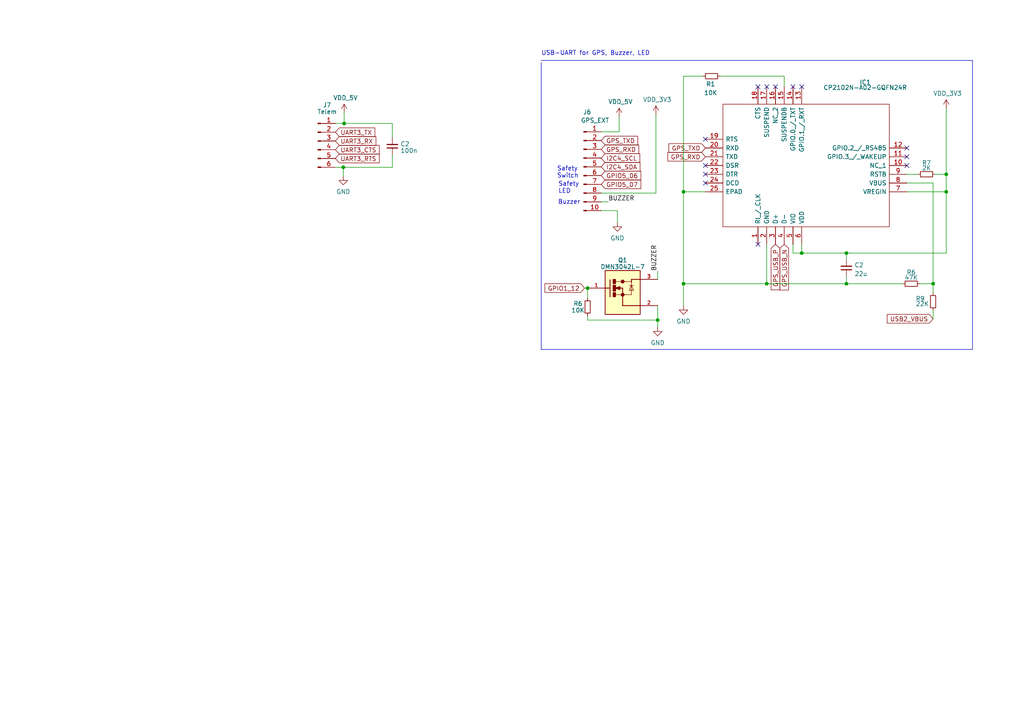
<source format=kicad_sch>
(kicad_sch (version 20230121) (generator eeschema)
  (paper "A4")
  (lib_symbols
    (symbol "Connector:Conn_01x06_Pin" (pin_names (offset 1.016) hide)
      (property "Reference" "J" (at 0 7.62 0))
      (property "Value" "Conn_01x06_Pin" (at 0 -10.16 0))
      (symbol "Conn_01x06_Pin_1_1"
        (polyline (pts (xy 1.27 -7.62) (xy 0.8636 -7.62)) (stroke (width 0.1524)))
        (polyline (pts (xy 1.27 -5.08) (xy 0.8636 -5.08)) (stroke (width 0.1524)))
        (polyline (pts (xy 1.27 -2.54) (xy 0.8636 -2.54)) (stroke (width 0.1524)))
        (polyline (pts (xy 1.27 0) (xy 0.8636 0)) (stroke (width 0.1524)))
        (polyline (pts (xy 1.27 2.54) (xy 0.8636 2.54)) (stroke (width 0.1524)))
        (polyline (pts (xy 1.27 5.08) (xy 0.8636 5.08)) (stroke (width 0.1524)))
        (rectangle (start 0.8636 -7.493) (end 0 -7.747) (stroke (width 0.1524)) (fill (type outline)))
        (rectangle (start 0.8636 -4.953) (end 0 -5.207) (stroke (width 0.1524)) (fill (type outline)))
        (rectangle (start 0.8636 -2.413) (end 0 -2.667) (stroke (width 0.1524)) (fill (type outline)))
        (rectangle (start 0.8636 0.127) (end 0 -0.127) (stroke (width 0.1524)) (fill (type outline)))
        (rectangle (start 0.8636 2.667) (end 0 2.413) (stroke (width 0.1524)) (fill (type outline)))
        (rectangle (start 0.8636 5.207) (end 0 4.953) (stroke (width 0.1524)) (fill (type outline)))
        (pin passive line (at 5.08 5.08 180) (length 3.81) (name "Pin_1") (number "1"))
        (pin passive line (at 5.08 2.54 180) (length 3.81) (name "Pin_2") (number "2"))
        (pin passive line (at 5.08 0 180) (length 3.81) (name "Pin_3") (number "3"))
        (pin passive line (at 5.08 -2.54 180) (length 3.81) (name "Pin_4") (number "4"))
        (pin passive line (at 5.08 -5.08 180) (length 3.81) (name "Pin_5") (number "5"))
        (pin passive line (at 5.08 -7.62 180) (length 3.81) (name "Pin_6") (number "6"))
      )
    )
    (symbol "Connector:Conn_01x10_Pin" (pin_names (offset 1.016) hide)
      (property "Reference" "J" (at 0 12.7 0))
      (property "Value" "Conn_01x10_Pin" (at 0 -15.24 0))
      (symbol "Conn_01x10_Pin_1_1"
        (polyline (pts (xy 1.27 -12.7) (xy 0.8636 -12.7)) (stroke (width 0.1524)))
        (polyline (pts (xy 1.27 -10.16) (xy 0.8636 -10.16)) (stroke (width 0.1524)))
        (polyline (pts (xy 1.27 -7.62) (xy 0.8636 -7.62)) (stroke (width 0.1524)))
        (polyline (pts (xy 1.27 -5.08) (xy 0.8636 -5.08)) (stroke (width 0.1524)))
        (polyline (pts (xy 1.27 -2.54) (xy 0.8636 -2.54)) (stroke (width 0.1524)))
        (polyline (pts (xy 1.27 0) (xy 0.8636 0)) (stroke (width 0.1524)))
        (polyline (pts (xy 1.27 2.54) (xy 0.8636 2.54)) (stroke (width 0.1524)))
        (polyline (pts (xy 1.27 5.08) (xy 0.8636 5.08)) (stroke (width 0.1524)))
        (polyline (pts (xy 1.27 7.62) (xy 0.8636 7.62)) (stroke (width 0.1524)))
        (polyline (pts (xy 1.27 10.16) (xy 0.8636 10.16)) (stroke (width 0.1524)))
        (rectangle (start 0.8636 -12.573) (end 0 -12.827) (stroke (width 0.1524)) (fill (type outline)))
        (rectangle (start 0.8636 -10.033) (end 0 -10.287) (stroke (width 0.1524)) (fill (type outline)))
        (rectangle (start 0.8636 -7.493) (end 0 -7.747) (stroke (width 0.1524)) (fill (type outline)))
        (rectangle (start 0.8636 -4.953) (end 0 -5.207) (stroke (width 0.1524)) (fill (type outline)))
        (rectangle (start 0.8636 -2.413) (end 0 -2.667) (stroke (width 0.1524)) (fill (type outline)))
        (rectangle (start 0.8636 0.127) (end 0 -0.127) (stroke (width 0.1524)) (fill (type outline)))
        (rectangle (start 0.8636 2.667) (end 0 2.413) (stroke (width 0.1524)) (fill (type outline)))
        (rectangle (start 0.8636 5.207) (end 0 4.953) (stroke (width 0.1524)) (fill (type outline)))
        (rectangle (start 0.8636 7.747) (end 0 7.493) (stroke (width 0.1524)) (fill (type outline)))
        (rectangle (start 0.8636 10.287) (end 0 10.033) (stroke (width 0.1524)) (fill (type outline)))
        (pin passive line (at 5.08 10.16 180) (length 3.81) (name "Pin_1") (number "1"))
        (pin passive line (at 5.08 -12.7 180) (length 3.81) (name "Pin_10") (number "10"))
        (pin passive line (at 5.08 7.62 180) (length 3.81) (name "Pin_2") (number "2"))
        (pin passive line (at 5.08 5.08 180) (length 3.81) (name "Pin_3") (number "3"))
        (pin passive line (at 5.08 2.54 180) (length 3.81) (name "Pin_4") (number "4"))
        (pin passive line (at 5.08 0 180) (length 3.81) (name "Pin_5") (number "5"))
        (pin passive line (at 5.08 -2.54 180) (length 3.81) (name "Pin_6") (number "6"))
        (pin passive line (at 5.08 -5.08 180) (length 3.81) (name "Pin_7") (number "7"))
        (pin passive line (at 5.08 -7.62 180) (length 3.81) (name "Pin_8") (number "8"))
        (pin passive line (at 5.08 -10.16 180) (length 3.81) (name "Pin_9") (number "9"))
      )
    )
    (symbol "Device:C_Small" (pin_numbers hide) (pin_names (offset 0.254) hide)
      (property "Reference" "C" (at 0.254 1.778 0))
      (property "Value" "C_Small" (at 0.254 -2.032 0))
      (symbol "C_Small_0_1"
        (polyline (pts (xy -1.524 -0.508) (xy 1.524 -0.508)) (stroke (width 0.3302)))
        (polyline (pts (xy -1.524 0.508) (xy 1.524 0.508)) (stroke (width 0.3048)))
      )
      (symbol "C_Small_1_1"
        (pin passive line (at 0 2.54 270) (length 2.032) (name "~") (number "1"))
        (pin passive line (at 0 -2.54 90) (length 2.032) (name "~") (number "2"))
      )
    )
    (symbol "Device:R_Small" (pin_numbers hide) (pin_names (offset 0.254) hide)
      (property "Reference" "R" (at 0.762 0.508 0))
      (property "Value" "R_Small" (at 0.762 -1.016 0))
      (symbol "R_Small_0_1"
        (rectangle (start -0.762 1.778) (end 0.762 -1.778) (stroke (width 0.2032)))
      )
      (symbol "R_Small_1_1"
        (pin passive line (at 0 2.54 270) (length 0.762) (name "~") (number "1"))
        (pin passive line (at 0 -2.54 90) (length 0.762) (name "~") (number "2"))
      )
    )
    (symbol "Driver_FET:DMN3042L-7" (pin_names (offset 1.016))
      (property "Reference" "Q" (at -5.0885 5.0885 0))
      (property "Value" "DMN3042L-7" (at -5.0811 -10.1622 0))
      (symbol "DMN3042L-7_0_0"
        (rectangle (start -5.08 -7.62) (end 5.08 5.08) (stroke (width 0.254)) (fill (type background)))
        (rectangle (start -2.8036 2.54) (end -2.032 1.2744) (stroke (width 0.1)) (fill (type outline)))
        (rectangle (start -2.8017 1.2735) (end -2.032 2.54) (stroke (width 0.1)) (fill (type outline)))
        (rectangle (start -2.8008 -0.8912) (end -2.032 0.889) (stroke (width 0.1)) (fill (type outline)))
        (rectangle (start -2.7988 -2.5444) (end -2.032 -1.27) (stroke (width 0.1)) (fill (type outline)))
        (rectangle (start -2.799 -2.5445) (end -2.032 -1.27) (stroke (width 0.1)) (fill (type outline)))
        (rectangle (start -2.7981 -0.8903) (end -2.032 0.889) (stroke (width 0.1)) (fill (type outline)))
        (circle (center 0 -1.905) (radius 0.127) (stroke (width 0.4064)))
        (circle (center 0 -1.905) (radius 0.127) (stroke (width 0.4064)))
        (polyline (pts (xy -3.81 0) (xy -5.08 0)) (stroke (width 0.254)))
        (polyline (pts (xy -3.6576 2.413) (xy -3.6576 -2.54)) (stroke (width 0.254)))
        (polyline (pts (xy -2.286 0) (xy -0.762 -0.508)) (stroke (width 0.1524)))
        (polyline (pts (xy -2.032 -1.905) (xy 0 -1.905)) (stroke (width 0.1524)))
        (polyline (pts (xy -2.032 0) (xy -2.286 0)) (stroke (width 0.254)))
        (polyline (pts (xy -2.032 0) (xy -0.889 -0.254)) (stroke (width 0.3048)))
        (polyline (pts (xy -1.905 0) (xy -2.032 0)) (stroke (width 0.254)))
        (polyline (pts (xy -1.143 0.254) (xy -2.032 0)) (stroke (width 0.3048)))
        (polyline (pts (xy -0.889 -0.254) (xy -0.889 0.254)) (stroke (width 0.3048)))
        (polyline (pts (xy -0.889 0.254) (xy -2.286 0)) (stroke (width 0.1524)))
        (polyline (pts (xy -0.889 0.254) (xy -1.905 0)) (stroke (width 0.3048)))
        (polyline (pts (xy -0.762 -0.508) (xy -0.762 0)) (stroke (width 0.1524)))
        (polyline (pts (xy -0.762 0) (xy -1.905 0)) (stroke (width 0.254)))
        (polyline (pts (xy -0.762 0) (xy -0.762 0.508)) (stroke (width 0.1524)))
        (polyline (pts (xy -0.762 0) (xy 0 0)) (stroke (width 0.254)))
        (polyline (pts (xy -0.762 0.508) (xy -2.286 0)) (stroke (width 0.1524)))
        (polyline (pts (xy 0 -5.08) (xy 5.08 -5.08)) (stroke (width 0.254)))
        (polyline (pts (xy 0 -2.032) (xy 0 -5.08)) (stroke (width 0.254)))
        (polyline (pts (xy 0 -1.905) (xy 0 -2.032)) (stroke (width 0.1524)))
        (polyline (pts (xy 0 0) (xy 0 -1.778)) (stroke (width 0.254)))
        (polyline (pts (xy 0 1.905) (xy -2.0066 1.905)) (stroke (width 0.1524)))
        (polyline (pts (xy 0 1.905) (xy 2.54 1.905)) (stroke (width 0.1524)))
        (polyline (pts (xy 0 2.032) (xy 0 1.905)) (stroke (width 0.1524)))
        (polyline (pts (xy 1.905 -0.635) (xy 3.175 -0.635)) (stroke (width 0.1524)))
        (polyline (pts (xy 1.905 0.762) (xy 2.54 0.762)) (stroke (width 0.1524)))
        (polyline (pts (xy 2.54 -1.905) (xy 0 -1.905)) (stroke (width 0.1524)))
        (polyline (pts (xy 2.54 0.762) (xy 1.905 -0.635)) (stroke (width 0.1524)))
        (polyline (pts (xy 2.54 0.762) (xy 2.54 -1.905)) (stroke (width 0.1524)))
        (polyline (pts (xy 2.54 0.762) (xy 3.175 0.762)) (stroke (width 0.1524)))
        (polyline (pts (xy 2.54 1.778) (xy 2.54 0.762)) (stroke (width 0.1524)))
        (polyline (pts (xy 2.54 1.778) (xy 2.54 2.54)) (stroke (width 0.254)))
        (polyline (pts (xy 2.54 1.905) (xy 2.54 1.778)) (stroke (width 0.1524)))
        (polyline (pts (xy 2.54 2.54) (xy 5.08 2.54)) (stroke (width 0.254)))
        (polyline (pts (xy 3.175 -0.635) (xy 2.54 0.762)) (stroke (width 0.1524)))
        (circle (center 0 1.905) (radius 0.127) (stroke (width 0.4064)))
        (circle (center 0 1.905) (radius 0.127) (stroke (width 0.4064)))
        (pin passive line (at -10.16 0 0) (length 5.08) (name "~") (number "1"))
        (pin passive line (at 10.16 -5.08 180) (length 5.08) (name "~") (number "2"))
        (pin passive line (at 10.16 2.54 180) (length 5.08) (name "~") (number "3"))
      )
    )
    (symbol "Interface_USB:CP2102N-A02-GQFN24R" (pin_names (offset 0.762))
      (property "Reference" "IC" (at 41.91 15.24 0))
      (property "Value" "CP2102N-A02-GQFN24R" (at 41.91 12.7 0))
      (symbol "CP2102N-A02-GQFN24R_0_0"
        (pin passive line (at 0 0 0) (length 5.08) (name "RI_/_CLK") (number "1"))
        (pin passive line (at 22.86 -43.18 90) (length 5.08) (name "NC_1") (number "10"))
        (pin passive line (at 25.4 -43.18 90) (length 5.08) (name "GPIO.3_/_WAKEUP") (number "11"))
        (pin passive line (at 27.94 -43.18 90) (length 5.08) (name "GPIO.2_/_RS485") (number "12"))
        (pin passive line (at 45.72 -12.7 180) (length 5.08) (name "GPIO.1_/_RXT") (number "13"))
        (pin passive line (at 45.72 -10.16 180) (length 5.08) (name "GPIO.0_/_TXT") (number "14"))
        (pin passive line (at 45.72 -7.62 180) (length 5.08) (name "SUSPENDB") (number "15"))
        (pin passive line (at 45.72 -5.08 180) (length 5.08) (name "NC_2") (number "16"))
        (pin passive line (at 45.72 -2.54 180) (length 5.08) (name "SUSPEND") (number "17"))
        (pin passive line (at 45.72 0 180) (length 5.08) (name "CTS") (number "18"))
        (pin passive line (at 30.48 15.24 270) (length 5.08) (name "RTS") (number "19"))
        (pin passive line (at 0 -2.54 0) (length 5.08) (name "GND") (number "2"))
        (pin passive line (at 27.94 15.24 270) (length 5.08) (name "RXD") (number "20"))
        (pin passive line (at 25.4 15.24 270) (length 5.08) (name "TXD") (number "21"))
        (pin passive line (at 22.86 15.24 270) (length 5.08) (name "DSR") (number "22"))
        (pin passive line (at 20.32 15.24 270) (length 5.08) (name "DTR") (number "23"))
        (pin passive line (at 17.78 15.24 270) (length 5.08) (name "DCD") (number "24"))
        (pin passive line (at 15.24 15.24 270) (length 5.08) (name "EPAD") (number "25"))
        (pin passive line (at 0 -5.08 0) (length 5.08) (name "D+") (number "3"))
        (pin passive line (at 0 -7.62 0) (length 5.08) (name "D-") (number "4"))
        (pin passive line (at 0 -10.16 0) (length 5.08) (name "VIO") (number "5"))
        (pin passive line (at 0 -12.7 0) (length 5.08) (name "VDD") (number "6"))
        (pin passive line (at 15.24 -43.18 90) (length 5.08) (name "VREGIN") (number "7"))
        (pin passive line (at 17.78 -43.18 90) (length 5.08) (name "VBUS") (number "8"))
        (pin passive line (at 20.32 -43.18 90) (length 5.08) (name "RSTB") (number "9"))
      )
      (symbol "CP2102N-A02-GQFN24R_0_1"
        (polyline (pts (xy 5.08 10.16) (xy 40.64 10.16) (xy 40.64 -38.1) (xy 5.08 -38.1) (xy 5.08 10.16)) (stroke (width 0.1524)))
      )
    )
    (symbol "kimchi_ulid:VDD_3V3" (power) (pin_names (offset 0))
      (property "Value" "VDD_3V3" (at 0 3.556 0))
      (symbol "VDD_3V3_0_1"
        (polyline (pts (xy -0.762 1.27) (xy 0 2.54)))
        (polyline (pts (xy 0 0) (xy 0 2.54)))
        (polyline (pts (xy 0 2.54) (xy 0.762 1.27)))
      )
      (symbol "VDD_3V3_1_1"
        (pin power_in line (at 0 0 90) (length 0) hide (name "VDD_3V3") (number "1"))
      )
    )
    (symbol "kimchi_ulid:VDD_5V" (power) (pin_names (offset 0))
      (property "Value" "VDD_5V" (at 0 3.556 0))
      (symbol "VDD_5V_0_1"
        (polyline (pts (xy -0.762 1.27) (xy 0 2.54)))
        (polyline (pts (xy 0 0) (xy 0 2.54)))
        (polyline (pts (xy 0 2.54) (xy 0.762 1.27)))
      )
      (symbol "VDD_5V_1_1"
        (pin power_in line (at 0 0 90) (length 0) hide (name "VDD_5V") (number "1"))
      )
    )
    (symbol "power:GND" (power) (pin_names (offset 0))
      (property "Value" "GND" (at 0 -3.81 0))
      (symbol "GND_0_1"
        (polyline (pts (xy 0 0) (xy 0 -1.27) (xy 1.27 -1.27) (xy 0 -2.54) (xy -1.27 -1.27) (xy 0 -1.27)))
      )
      (symbol "GND_1_1"
        (pin power_in line (at 0 0 270) (length 0) hide (name "GND") (number "1"))
      )
    )
  )
  (junction (at 99.568 48.514))
  (junction (at 222.377 82.296))
  (junction (at 170.434 83.566))
  (junction (at 274.447 55.626))
  (junction (at 232.537 73.406))
  (junction (at 270.637 82.296))
  (junction (at 245.491 73.406))
  (junction (at 245.491 82.296))
  (junction (at 198.247 55.626))
  (junction (at 274.447 50.546))
  (junction (at 198.247 82.296))
  (junction (at 99.822 35.814))
  (junction (at 190.754 92.837))
  (no_connect (at 263.017 45.466))
  (no_connect (at 204.597 40.386))
  (no_connect (at 204.597 53.086))
  (no_connect (at 263.017 48.006))
  (no_connect (at 219.837 70.866))
  (no_connect (at 232.537 25.146))
  (no_connect (at 219.837 25.146))
  (no_connect (at 204.597 50.546))
  (no_connect (at 263.017 42.926))
  (no_connect (at 229.997 25.146))
  (no_connect (at 224.917 25.146))
  (no_connect (at 222.377 25.146))
  (no_connect (at 204.597 48.006))
  (wire (pts (xy 198.247 82.296) (xy 222.377 82.296)))
  (wire (pts (xy 190.754 92.837) (xy 190.754 94.869)))
  (wire (pts (xy 99.822 35.814) (xy 99.822 32.766)))
  (wire (pts (xy 270.637 82.296) (xy 266.827 82.296)))
  (wire (pts (xy 229.997 73.406) (xy 232.537 73.406)))
  (wire (pts (xy 263.017 55.626) (xy 274.447 55.626)))
  (wire (pts (xy 263.017 50.546) (xy 266.192 50.546)))
  (polyline (pts (xy 156.972 18.161) (xy 156.972 101.346)))
  (wire (pts (xy 174.371 58.547) (xy 176.403 58.547)))
  (polyline (pts (xy 156.972 101.346) (xy 282.067 101.346)))
  (wire (pts (xy 179.578 33.909) (xy 179.578 38.227)))
  (wire (pts (xy 245.491 73.406) (xy 245.491 75.184)))
  (wire (pts (xy 198.247 22.098) (xy 203.835 22.098)))
  (wire (pts (xy 113.792 44.958) (xy 113.792 48.514)))
  (wire (pts (xy 245.491 73.406) (xy 274.447 73.406)))
  (polyline (pts (xy 156.972 17.526) (xy 282.067 17.526)))
  (wire (pts (xy 113.792 48.514) (xy 99.568 48.514)))
  (wire (pts (xy 245.491 82.296) (xy 261.747 82.296)))
  (wire (pts (xy 222.377 82.296) (xy 245.491 82.296)))
  (polyline (pts (xy 282.067 101.346) (xy 282.067 17.526)))
  (wire (pts (xy 113.792 35.814) (xy 113.792 39.878)))
  (wire (pts (xy 174.371 56.007) (xy 190.246 56.007)))
  (wire (pts (xy 99.568 48.514) (xy 99.568 51.054)))
  (wire (pts (xy 274.447 55.626) (xy 274.447 73.406)))
  (wire (pts (xy 97.282 48.514) (xy 99.568 48.514)))
  (wire (pts (xy 170.434 92.837) (xy 190.754 92.837)))
  (wire (pts (xy 190.754 78.613) (xy 190.754 81.026)))
  (wire (pts (xy 169.545 83.566) (xy 170.434 83.566)))
  (wire (pts (xy 274.447 31.496) (xy 274.447 50.546)))
  (wire (pts (xy 198.247 82.296) (xy 198.247 88.646)))
  (wire (pts (xy 245.491 80.264) (xy 245.491 82.296)))
  (wire (pts (xy 270.637 90.043) (xy 270.637 92.456)))
  (wire (pts (xy 270.637 53.086) (xy 270.637 82.296)))
  (wire (pts (xy 179.578 38.227) (xy 174.371 38.227)))
  (wire (pts (xy 198.247 55.626) (xy 198.247 22.098)))
  (wire (pts (xy 179.07 61.087) (xy 179.07 64.516)))
  (wire (pts (xy 270.637 82.296) (xy 270.637 84.963)))
  (wire (pts (xy 174.371 61.087) (xy 179.07 61.087)))
  (wire (pts (xy 263.017 53.086) (xy 270.637 53.086)))
  (wire (pts (xy 232.537 73.406) (xy 245.491 73.406)))
  (wire (pts (xy 271.272 50.546) (xy 274.447 50.546)))
  (wire (pts (xy 229.997 70.866) (xy 229.997 73.406)))
  (wire (pts (xy 170.434 91.567) (xy 170.434 92.837)))
  (wire (pts (xy 198.247 55.626) (xy 198.247 82.296)))
  (wire (pts (xy 170.434 83.566) (xy 170.434 86.487)))
  (wire (pts (xy 97.282 35.814) (xy 99.822 35.814)))
  (wire (pts (xy 232.537 70.866) (xy 232.537 73.406)))
  (wire (pts (xy 227.457 22.098) (xy 227.457 25.146)))
  (wire (pts (xy 190.246 56.007) (xy 190.246 33.274)))
  (wire (pts (xy 274.447 50.546) (xy 274.447 55.626)))
  (wire (pts (xy 99.822 35.814) (xy 113.792 35.814)))
  (wire (pts (xy 198.247 55.626) (xy 204.597 55.626)))
  (wire (pts (xy 208.915 22.098) (xy 227.457 22.098)))
  (wire (pts (xy 222.377 70.866) (xy 222.377 82.296)))
  (wire (pts (xy 190.754 88.646) (xy 190.754 92.837)))
  (text "Safety\nLED" (at 161.925 56.261 0) (effects (font (size 1.27 1.27)) (justify left bottom)))
  (text "Buzzer" (at 161.798 59.436 0) (effects (font (size 1.27 1.27)) (justify left bottom)))
  (text "Safety\nSwitch\n" (at 161.544 51.816 0) (effects (font (size 1.27 1.27)) (justify left bottom)))
  (text "USB-UART for GPS, Buzzer, LED" (at 156.972 16.256 0) (effects (font (size 1.27 1.27)) (justify left bottom)))
  (label "BUZZER" (at 176.403 58.547 0))
  (label "BUZZER" (at 190.754 78.613 90))
  (global_label "I2C4_SCL" (shape input) (at 174.371 45.847 0) (property "Intersheetrefs" "${INTERSHEET_REFS}" (effects hide)))
  (global_label "UART3_CTS" (shape input) (at 97.282 43.434 0) (property "Intersheetrefs" "${INTERSHEET_REFS}" (effects hide)))
  (global_label "GPS_RXD" (shape input) (at 174.371 43.307 0) (property "Intersheetrefs" "${INTERSHEET_REFS}" (effects hide)))
  (global_label "UART3_TX" (shape input) (at 97.282 38.354 0) (property "Intersheetrefs" "${INTERSHEET_REFS}" (effects hide)))
  (global_label "GPIO1_12" (shape input) (at 169.545 83.566 180) (property "Intersheetrefs" "${INTERSHEET_REFS}" (effects hide)))
  (global_label "GPS_USB_P" (shape input) (at 224.917 70.866 270) (property "Intersheetrefs" "${INTERSHEET_REFS}" (effects hide)))
  (global_label "GPS_RXD" (shape input) (at 204.597 45.466 180) (property "Intersheetrefs" "${INTERSHEET_REFS}" (effects hide)))
  (global_label "I2C4_SDA" (shape input) (at 174.371 48.387 0) (property "Intersheetrefs" "${INTERSHEET_REFS}" (effects hide)))
  (global_label "USB2_VBUS" (shape input) (at 270.637 92.456 180) (property "Intersheetrefs" "${INTERSHEET_REFS}" (effects hide)))
  (global_label "GPIO5_07" (shape input) (at 174.371 53.467 0) (property "Intersheetrefs" "${INTERSHEET_REFS}" (effects hide)))
  (global_label "GPS_TXD" (shape input) (at 204.597 42.926 180) (property "Intersheetrefs" "${INTERSHEET_REFS}" (effects hide)))
  (global_label "GPS_USB_N" (shape input) (at 227.457 70.866 270) (property "Intersheetrefs" "${INTERSHEET_REFS}" (effects hide)))
  (global_label "UART3_RX" (shape input) (at 97.282 40.894 0) (property "Intersheetrefs" "${INTERSHEET_REFS}" (effects hide)))
  (global_label "GPIO5_06" (shape input) (at 174.371 50.927 0) (property "Intersheetrefs" "${INTERSHEET_REFS}" (effects hide)))
  (global_label "GPS_TXD" (shape input) (at 174.371 40.767 0) (property "Intersheetrefs" "${INTERSHEET_REFS}" (effects hide)))
  (global_label "UART3_RTS" (shape input) (at 97.282 45.974 0) (property "Intersheetrefs" "${INTERSHEET_REFS}" (effects hide)))
  (symbol (lib_id "Device:C_Small") (at 113.792 42.418 180) (unit 1)
    (property "Reference" "C2" (at 116.1161 41.7679 0) (effects (justify right)))
    (property "Value" "100n" (at 116.1161 43.6889 0) (effects (justify right)))
    (property "Footprint" "Capacitor_SMD:C_0402_1005Metric" (effects hide))
    (instances (project "TD-XPAH_gateway_hAT" (path "" (reference "C2") (unit 1))) (project "drone-control" (path "" (reference "C43") (unit 1))))
  )
  (symbol (lib_id "power:GND") (at 198.247 88.646 0) (unit 1)
    (property "Reference" "#PWR05" (effects hide))
    (property "Value" "GND" (at 198.247 93.2084 0))
    (instances (project "TD-XPAH_gateway_hAT" (path "" (reference "#PWR05") (unit 1))) (project "drone-control" (path "" (reference "#PWR057") (unit 1))))
  )
  (symbol (lib_id "kimchi_ulid:VDD_3V3") (at 274.447 31.496 0) (unit 1)
    (property "Reference" "#PWR043" (effects hide))
    (property "Value" "VDD_3V3" (at 274.828 27.1018 0))
    (instances (project "drone-control" (path "" (reference "#PWR043") (unit 1)) (path "" (reference "#PWR058") (unit 1))))
  )
  (symbol (lib_id "Connector:Conn_01x06_Pin") (at 92.202 40.894 0) (unit 1)
    (property "Reference" "J7" (at 94.869 30.48 0))
    (property "Value" "Telem" (at 94.869 32.401 0))
    (property "Footprint" "Connector_JST:JST_GH_BM06B-GHS-TBT_1x06-1MP_P1.25mm_Vertical" (effects hide))
  )
  (symbol (lib_id "kimchi_ulid:VDD_5V") (at 99.822 32.766 0) (unit 1)
    (property "Reference" "#PWR09" (effects hide))
    (property "Value" "VDD_5V" (at 100.203 28.3718 0))
    (instances (project "drone-control" (path "" (reference "#PWR09") (unit 1)) (path "" (reference "#PWR083") (unit 1))))
  )
  (symbol (lib_id "Device:C_Small") (at 245.491 77.724 180) (unit 1)
    (property "Reference" "C2" (at 247.8151 76.8829 0) (effects (justify right)))
    (property "Value" "22u" (at 247.8151 79.4198 0) (effects (justify right)))
    (property "Footprint" "Capacitor_SMD:C_0402_1005Metric" (effects hide))
    (instances (project "TD-XPAH_gateway_hAT" (path "" (reference "C2") (unit 1))) (project "drone-control" (path "" (reference "C22") (unit 1))))
  )
  (symbol (lib_id "power:GND") (at 99.568 51.054 0) (unit 1)
    (property "Reference" "#PWR05" (effects hide))
    (property "Value" "GND" (at 99.568 55.6164 0))
    (instances (project "TD-XPAH_gateway_hAT" (path "" (reference "#PWR05") (unit 1))) (project "drone-control" (path "" (reference "#PWR082") (unit 1))))
  )
  (symbol (lib_id "Driver_FET:DMN3042L-7") (at 180.594 83.566 0) (unit 1)
    (property "Reference" "Q1" (at 180.594 75.4761 0))
    (property "Value" "DMN3042L-7" (at 180.594 77.3971 0))
    (property "Footprint" "Package_TO_SOT_SMD:SOT91P240X110-3N" (effects hide))
    (property "PACKAGE" "SOT23-3" (effects hide))
    (property "MANUFACTURER" "DIODES INCORPORATED" (effects hide))
    (property "STANDARD" "IPC-7351B" (effects hide))
    (property "PARTREV" "2-2" (effects hide))
  )
  (symbol (lib_id "Device:R_Small") (at 264.287 82.296 270) (unit 1)
    (property "Reference" "R6" (at 264.287 78.994 90))
    (property "Value" "47K" (at 264.287 80.518 90))
    (property "Footprint" "Resistor_SMD:R_0402_1005Metric" (effects hide))
    (instances (project "TD-XPAH_gateway_hAT" (path "" (reference "R6") (unit 1))) (project "drone-control" (path "" (reference "R17") (unit 1))))
  )
  (symbol (lib_id "Device:R_Small") (at 268.732 50.546 270) (unit 1)
    (property "Reference" "R7" (at 268.732 47.244 90))
    (property "Value" "2K" (at 268.732 48.768 90))
    (property "Footprint" "Resistor_SMD:R_0402_1005Metric" (effects hide))
    (instances (project "TD-XPAH_gateway_hAT" (path "" (reference "R7") (unit 1))) (project "drone-control" (path "" (reference "R22") (unit 1))))
  )
  (symbol (lib_id "kimchi_ulid:VDD_3V3") (at 190.246 33.274 0) (unit 1)
    (property "Reference" "#PWR043" (effects hide))
    (property "Value" "VDD_3V3" (at 190.627 28.8798 0))
    (instances (project "drone-control" (path "" (reference "#PWR043") (unit 1)) (path "" (reference "#PWR088") (unit 1))))
  )
  (symbol (lib_id "Connector:Conn_01x10_Pin") (at 169.291 48.387 0) (unit 1)
    (property "Reference" "J6" (at 170.307 32.512 0))
    (property "Value" "GPS_EXT" (at 172.593 34.925 0))
    (property "Footprint" "Connector_JST:JST_GH_SM10B-GHS-TB_1x10-1MP_P1.25mm_Horizontal" (effects hide))
  )
  (symbol (lib_id "power:GND") (at 179.07 64.516 0) (unit 1)
    (property "Reference" "#PWR05" (effects hide))
    (property "Value" "GND" (at 179.07 69.0784 0))
    (instances (project "TD-XPAH_gateway_hAT" (path "" (reference "#PWR05") (unit 1))) (project "drone-control" (path "" (reference "#PWR084") (unit 1))))
  )
  (symbol (lib_id "kimchi_ulid:VDD_5V") (at 179.578 33.909 0) (unit 1)
    (property "Reference" "#PWR09" (effects hide))
    (property "Value" "VDD_5V" (at 179.959 29.5148 0))
    (instances (project "drone-control" (path "" (reference "#PWR09") (unit 1)) (path "" (reference "#PWR085") (unit 1))))
  )
  (symbol (lib_id "Device:R_Small") (at 170.434 89.027 0) (unit 1)
    (property "Reference" "R6" (at 167.64 88.0745 0))
    (property "Value" "10K" (at 167.64 89.9955 0))
    (property "Footprint" "Resistor_SMD:R_0402_1005Metric" (effects hide))
    (instances (project "TD-XPAH_gateway_hAT" (path "" (reference "R6") (unit 1))) (project "drone-control" (path "" (reference "R57") (unit 1))))
  )
  (symbol (lib_id "Device:R_Small") (at 270.637 87.503 180) (unit 1)
    (property "Reference" "R9" (at 265.557 86.614 0) (effects (justify right)))
    (property "Value" "22K" (at 265.557 88.138 0) (effects (justify right)))
    (property "Footprint" "Resistor_SMD:R_0402_1005Metric" (effects hide))
    (instances (project "TD-XPAH_gateway_hAT" (path "" (reference "R9") (unit 1))) (project "drone-control" (path "" (reference "R23") (unit 1))))
  )
  (symbol (lib_id "Interface_USB:CP2102N-A02-GQFN24R") (at 219.837 70.866 90) (unit 1)
    (property "Reference" "IC1" (at 250.952 23.876 90))
    (property "Value" "CP2102N-A02-GQFN24R" (at 250.952 25.4 90))
    (property "Footprint" "drone-control:QFN-24_L4.0-W4.0-P0.50-TL-EP2.6" (effects hide))
    (property "Datasheet" "https://www.silabs.com/documents/public/data-sheets/cp2102n-datasheet.pdf" (effects hide))
    (property "Description" "USB Interface IC USB to UART bridge - QFN24" (effects hide))
    (property "Height" "0.8" (effects hide))
    (property "Manufacturer_Name" "Silicon Labs" (effects hide))
    (property "Manufacturer_Part_Number" "CP2102N-A02-GQFN24R" (effects hide))
    (property "Mouser Part Number" "634-CP2102NA02QFN24R" (effects hide))
    (property "Mouser Price/Stock" "https://www.mouser.co.uk/ProductDetail/Silicon-Labs/CP2102N-A02-GQFN24R?qs=u16ybLDytRaIVBf0X4zL0g%3D%3D" (effects hide))
    (property "Arrow Part Number" "CP2102N-A02-GQFN24R" (effects hide))
    (property "Arrow Price/Stock" "https://www.arrow.com/en/products/cp2102n-a02-gqfn24r/silicon-labs" (effects hide))
    (property "LCSC Part #" "C969151" (effects hide))
    (instances (project "TD-XPAH_gateway_hAT" (path "" (reference "IC1") (unit 1))) (project "drone-control" (path "" (reference "IC8") (unit 1))))
  )
  (symbol (lib_id "power:GND") (at 190.754 94.869 0) (unit 1)
    (property "Reference" "#PWR05" (effects hide))
    (property "Value" "GND" (at 190.754 99.4314 0))
    (instances (project "TD-XPAH_gateway_hAT" (path "" (reference "#PWR05") (unit 1))) (project "drone-control" (path "" (reference "#PWR087") (unit 1))))
  )
  (symbol (lib_id "Device:R_Small") (at 206.375 22.098 270) (unit 1)
    (property "Reference" "R1" (at 206.121 24.384 90))
    (property "Value" "10K" (at 206.121 26.9209 90))
    (property "Footprint" "Resistor_SMD:R_0402_1005Metric" (effects hide))
    (instances (project "TD-XPAH_gateway_hAT" (path "" (reference "R1") (unit 1))) (project "drone-control" (path "" (reference "R16") (unit 1))))
  )
)
</source>
